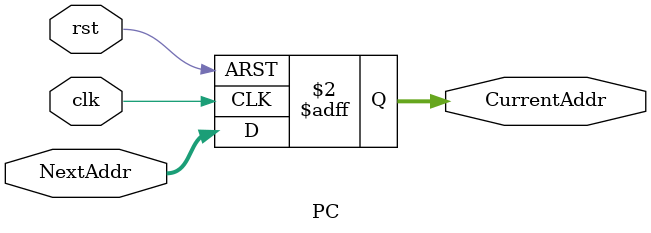
<source format=v>
module PC (
	input clk,
    input rst,
	input [31:0] NextAddr,
	output reg [31:0] CurrentAddr
);

always @(posedge clk or posedge rst) begin
    if (rst) CurrentAddr <= 32'd0-32'd1;
	else CurrentAddr <= NextAddr;
end

endmodule

</source>
